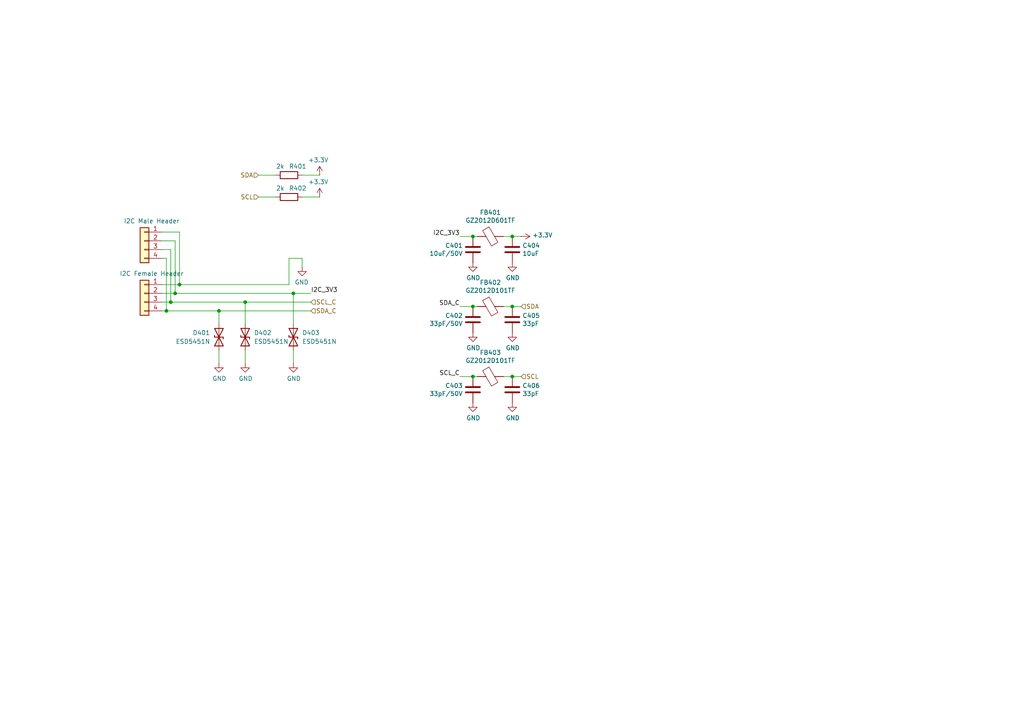
<source format=kicad_sch>
(kicad_sch (version 20231120) (generator "eeschema") (generator_version "8.0")
  (paper "A4")
  (title_block (title "Hat Labs Marine Engine & Tank interface (HALMET)") (date "2024-01-18") (rev "1.0.1") (company "Hat Labs Ltd") (comment 1 "https://creativecommons.org/licenses/by-sa/4.0") (comment 2 "To view a copy of this license, visit ") (comment 3 "HALMET is licensed under CC BY-SA 4.0."))
  (lib_symbols
    (symbol "Connector_Generic:Conn_01x04" (pin_names (offset 1.016) hide)
      (property "Reference" "J" (at 0 5.08 0))
      (property "Value" "Conn_01x04" (at 0 -7.62 0))
      (symbol "Conn_01x04_1_1"
        (rectangle (start -1.27 -4.953) (end 0 -5.207) (stroke (width 0.1524)))
        (rectangle (start -1.27 -2.413) (end 0 -2.667) (stroke (width 0.1524)))
        (rectangle (start -1.27 0.127) (end 0 -0.127) (stroke (width 0.1524)))
        (rectangle (start -1.27 2.667) (end 0 2.413) (stroke (width 0.1524)))
        (rectangle (start -1.27 3.81) (end 1.27 -6.35) (stroke (width 0.254)) (fill (type background)))
        (pin passive line (at -5.08 2.54 0) (length 3.81) (name "Pin_1") (number "1"))
        (pin passive line (at -5.08 0 0) (length 3.81) (name "Pin_2") (number "2"))
        (pin passive line (at -5.08 -2.54 0) (length 3.81) (name "Pin_3") (number "3"))
        (pin passive line (at -5.08 -5.08 0) (length 3.81) (name "Pin_4") (number "4"))
      )
    )
    (symbol "Device:C" (pin_numbers hide) (pin_names (offset 0.254))
      (property "Reference" "C" (at 0.635 2.54 0))
      (property "Value" "C" (at 0.635 -2.54 0))
      (symbol "C_0_1"
        (polyline (pts (xy -2.032 -0.762) (xy 2.032 -0.762)) (stroke (width 0.508)))
        (polyline (pts (xy -2.032 0.762) (xy 2.032 0.762)) (stroke (width 0.508)))
      )
      (symbol "C_1_1"
        (pin passive line (at 0 3.81 270) (length 2.794) (name "~") (number "1"))
        (pin passive line (at 0 -3.81 90) (length 2.794) (name "~") (number "2"))
      )
    )
    (symbol "Device:D_TVS" (pin_numbers hide) (pin_names (offset 1.016) hide)
      (property "Reference" "D" (at 0 2.54 0))
      (property "Value" "D_TVS" (at 0 -2.54 0))
      (symbol "D_TVS_0_1"
        (polyline (pts (xy 1.27 0) (xy -1.27 0)))
        (polyline (pts (xy 0.508 1.27) (xy 0 1.27) (xy 0 -1.27) (xy -0.508 -1.27)) (stroke (width 0.254)))
        (polyline (pts (xy -2.54 1.27) (xy -2.54 -1.27) (xy 2.54 1.27) (xy 2.54 -1.27) (xy -2.54 1.27)) (stroke (width 0.254)))
      )
      (symbol "D_TVS_1_1"
        (pin passive line (at -3.81 0 0) (length 2.54) (name "A1") (number "1"))
        (pin passive line (at 3.81 0 180) (length 2.54) (name "A2") (number "2"))
      )
    )
    (symbol "Device:FerriteBead" (pin_numbers hide) (pin_names (offset 0))
      (property "Reference" "FB" (at -3.81 0.635 90))
      (property "Value" "FerriteBead" (at 3.81 0 90))
      (symbol "FerriteBead_0_1"
        (polyline (pts (xy 0 -1.27) (xy 0 -1.2192)))
        (polyline (pts (xy 0 1.27) (xy 0 1.2954)))
        (polyline (pts (xy -2.7686 0.4064) (xy -1.7018 2.2606) (xy 2.7686 -0.3048) (xy 1.6764 -2.159) (xy -2.7686 0.4064)))
      )
      (symbol "FerriteBead_1_1"
        (pin passive line (at 0 3.81 270) (length 2.54) (name "~") (number "1"))
        (pin passive line (at 0 -3.81 90) (length 2.54) (name "~") (number "2"))
      )
    )
    (symbol "Device:R" (pin_numbers hide) (pin_names (offset 0))
      (property "Reference" "R" (at 2.032 0 90))
      (property "Value" "R" (at 0 0 90))
      (symbol "R_0_1"
        (rectangle (start -1.016 -2.54) (end 1.016 2.54) (stroke (width 0.254)))
      )
      (symbol "R_1_1"
        (pin passive line (at 0 3.81 270) (length 1.27) (name "~") (number "1"))
        (pin passive line (at 0 -3.81 90) (length 1.27) (name "~") (number "2"))
      )
    )
    (symbol "power:+3.3V" (power) (pin_numbers hide) (pin_names (offset 0) hide)
      (property "Value" "+3.3V" (at 0 3.556 0))
      (symbol "+3.3V_0_1"
        (polyline (pts (xy -0.762 1.27) (xy 0 2.54)))
        (polyline (pts (xy 0 0) (xy 0 2.54)))
        (polyline (pts (xy 0 2.54) (xy 0.762 1.27)))
      )
      (symbol "+3.3V_1_1"
        (pin power_in line (at 0 0 90) (length 0) (name "~") (number "1"))
      )
    )
    (symbol "power:GND" (power) (pin_numbers hide) (pin_names (offset 0) hide)
      (property "Value" "GND" (at 0 -3.81 0))
      (symbol "GND_0_1"
        (polyline (pts (xy 0 0) (xy 0 -1.27) (xy 1.27 -1.27) (xy 0 -2.54) (xy -1.27 -1.27) (xy 0 -1.27)))
      )
      (symbol "GND_1_1"
        (pin power_in line (at 0 0 270) (length 0) (name "~") (number "1"))
      )
    )
  )
  (junction (at 50.8 85.09))
  (junction (at 137.16 109.22))
  (junction (at 52.07 82.55))
  (junction (at 49.53 87.63))
  (junction (at 63.5 90.17))
  (junction (at 71.12 87.63))
  (junction (at 148.59 68.58))
  (junction (at 48.26 90.17))
  (junction (at 137.16 68.58))
  (junction (at 137.16 88.9))
  (junction (at 85.09 85.09))
  (junction (at 148.59 109.22))
  (junction (at 148.59 88.9))
  (wire (pts (xy 46.99 72.39) (xy 49.53 72.39)))
  (wire (pts (xy 85.09 85.09) (xy 90.17 85.09)))
  (wire (pts (xy 46.99 82.55) (xy 52.07 82.55)))
  (wire (pts (xy 133.35 68.58) (xy 137.16 68.58)))
  (wire (pts (xy 50.8 69.85) (xy 50.8 85.09)))
  (wire (pts (xy 63.5 101.6) (xy 63.5 105.41)))
  (wire (pts (xy 92.71 50.8) (xy 87.63 50.8)))
  (wire (pts (xy 148.59 68.58) (xy 151.13 68.58)))
  (wire (pts (xy 146.05 109.22) (xy 148.59 109.22)))
  (wire (pts (xy 46.99 69.85) (xy 50.8 69.85)))
  (wire (pts (xy 74.93 57.15) (xy 80.01 57.15)))
  (wire (pts (xy 146.05 68.58) (xy 148.59 68.58)))
  (wire (pts (xy 46.99 87.63) (xy 49.53 87.63)))
  (wire (pts (xy 63.5 90.17) (xy 90.17 90.17)))
  (wire (pts (xy 71.12 105.41) (xy 71.12 101.6)))
  (wire (pts (xy 74.93 50.8) (xy 80.01 50.8)))
  (wire (pts (xy 71.12 87.63) (xy 90.17 87.63)))
  (wire (pts (xy 133.35 109.22) (xy 137.16 109.22)))
  (wire (pts (xy 46.99 74.93) (xy 48.26 74.93)))
  (wire (pts (xy 148.59 109.22) (xy 151.13 109.22)))
  (wire (pts (xy 137.16 109.22) (xy 138.43 109.22)))
  (wire (pts (xy 49.53 72.39) (xy 49.53 87.63)))
  (wire (pts (xy 52.07 67.31) (xy 52.07 82.55)))
  (wire (pts (xy 46.99 67.31) (xy 52.07 67.31)))
  (wire (pts (xy 133.35 88.9) (xy 137.16 88.9)))
  (wire (pts (xy 46.99 85.09) (xy 50.8 85.09)))
  (wire (pts (xy 137.16 88.9) (xy 138.43 88.9)))
  (wire (pts (xy 137.16 68.58) (xy 138.43 68.58)))
  (wire (pts (xy 83.82 74.93) (xy 87.63 74.93)))
  (wire (pts (xy 85.09 85.09) (xy 85.09 93.98)))
  (wire (pts (xy 71.12 93.98) (xy 71.12 87.63)))
  (wire (pts (xy 49.53 87.63) (xy 71.12 87.63)))
  (wire (pts (xy 48.26 74.93) (xy 48.26 90.17)))
  (wire (pts (xy 87.63 74.93) (xy 87.63 77.47)))
  (wire (pts (xy 85.09 105.41) (xy 85.09 101.6)))
  (wire (pts (xy 63.5 90.17) (xy 63.5 93.98)))
  (wire (pts (xy 50.8 85.09) (xy 85.09 85.09)))
  (wire (pts (xy 46.99 90.17) (xy 48.26 90.17)))
  (wire (pts (xy 148.59 88.9) (xy 151.13 88.9)))
  (wire (pts (xy 52.07 82.55) (xy 83.82 82.55)))
  (wire (pts (xy 146.05 88.9) (xy 148.59 88.9)))
  (wire (pts (xy 48.26 90.17) (xy 63.5 90.17)))
  (wire (pts (xy 83.82 82.55) (xy 83.82 74.93)))
  (wire (pts (xy 92.71 57.15) (xy 87.63 57.15)))
  (label "SDA_C" (at 133.35 88.9 180))
  (label "I2C_3V3" (at 90.17 85.09 0))
  (label "I2C_3V3" (at 133.35 68.58 180))
  (label "SCL_C" (at 133.35 109.22 180))
  (hierarchical_label "SCL" (shape input) (at 74.93 57.15 180))
  (hierarchical_label "SDA" (shape input) (at 151.13 88.9 0))
  (hierarchical_label "SDA_C" (shape input) (at 90.17 90.17 0))
  (hierarchical_label "SCL" (shape input) (at 151.13 109.22 0))
  (hierarchical_label "SCL_C" (shape input) (at 90.17 87.63 0))
  (hierarchical_label "SDA" (shape input) (at 74.93 50.8 180))
  (symbol (lib_id "Connector_Generic:Conn_01x04") (at 41.91 85.09 0) (mirror y) (unit 1)
    (property "Reference" "J401" (effects (hide yes)))
    (property "Value" "I2C Female Header" (at 43.9928 79.3496 0))
    (property "Footprint" "Connector_PinSocket_2.54mm:PinSocket_1x04_P2.54mm_Vertical" (effects (hide yes)))
    (property "LCSC" "C2718488" (effects (hide yes)))
    (property "JLCPCB_CORRECTION" "0;3.81;90" (effects (hide yes)))
  )
  (symbol (lib_id "power:+3.3V") (at 151.13 68.58 270) (mirror x) (unit 1)
    (property "Reference" "#PWR0413" (effects (hide yes)))
    (property "Value" "+3.3V" (at 154.3812 68.199 90) (effects (justify left)))
    (property "Description" "Power symbol creates a global label with name \"+3.3V\"" (effects (hide yes)))
  )
  (symbol (lib_id "Device:C") (at 137.16 113.03 0) (mirror y) (unit 1)
    (property "Reference" "C403" (at 134.239 111.8616 0) (effects (justify left)))
    (property "Value" "33pF/50V" (at 134.239 114.173 0) (effects (justify left)))
    (property "Footprint" "PCM_Capacitor_SMD_AKL:C_0603_1608Metric" (effects (hide yes)))
    (property "LCSC" "C1663" (effects (hide yes)))
  )
  (symbol (lib_id "power:GND") (at 137.16 116.84 0) (unit 1)
    (property "Reference" "#PWR0409" (effects (hide yes)))
    (property "Value" "GND" (at 137.287 121.2342 0))
    (property "Description" "Power symbol creates a global label with name \"GND\" , ground" (effects (hide yes)))
  )
  (symbol (lib_id "Device:C") (at 137.16 92.71 0) (mirror y) (unit 1)
    (property "Reference" "C402" (at 134.239 91.5416 0) (effects (justify left)))
    (property "Value" "33pF/50V" (at 134.239 93.853 0) (effects (justify left)))
    (property "Footprint" "PCM_Capacitor_SMD_AKL:C_0603_1608Metric" (effects (hide yes)))
    (property "LCSC" "C1663" (effects (hide yes)))
  )
  (symbol (lib_id "power:GND") (at 137.16 96.52 0) (unit 1)
    (property "Reference" "#PWR0408" (effects (hide yes)))
    (property "Value" "GND" (at 137.287 100.9142 0))
    (property "Description" "Power symbol creates a global label with name \"GND\" , ground" (effects (hide yes)))
  )
  (symbol (lib_id "Device:C") (at 148.59 92.71 0) (unit 1)
    (property "Reference" "C405" (at 151.511 91.5416 0) (effects (justify left)))
    (property "Value" "33pF" (at 151.511 93.853 0) (effects (justify left)))
    (property "Footprint" "PCM_Capacitor_SMD_AKL:C_0402_1005Metric" (effects (hide yes)))
    (property "LCSC" "C1562" (effects (hide yes)))
  )
  (symbol (lib_id "Device:C") (at 148.59 113.03 0) (unit 1)
    (property "Reference" "C406" (at 151.511 111.8616 0) (effects (justify left)))
    (property "Value" "33pF" (at 151.511 114.173 0) (effects (justify left)))
    (property "Footprint" "PCM_Capacitor_SMD_AKL:C_0402_1005Metric" (effects (hide yes)))
    (property "LCSC" "C1562" (effects (hide yes)))
  )
  (symbol (lib_id "Device:C") (at 137.16 72.39 0) (mirror y) (unit 1)
    (property "Reference" "C401" (at 134.239 71.2216 0) (effects (justify left)))
    (property "Value" "10uF/50V" (at 134.239 73.533 0) (effects (justify left)))
    (property "Footprint" "PCM_Capacitor_SMD_AKL:C_1206_3216Metric" (effects (hide yes)))
    (property "LCSC" "C13585" (effects (hide yes)))
  )
  (symbol (lib_id "power:GND") (at 137.16 76.2 0) (unit 1)
    (property "Reference" "#PWR0407" (effects (hide yes)))
    (property "Value" "GND" (at 137.287 80.5942 0))
    (property "Description" "Power symbol creates a global label with name \"GND\" , ground" (effects (hide yes)))
  )
  (symbol (lib_id "Device:C") (at 148.59 72.39 0) (unit 1)
    (property "Reference" "C404" (at 151.511 71.2216 0) (effects (justify left)))
    (property "Value" "10uF" (at 151.511 73.533 0) (effects (justify left)))
    (property "Footprint" "PCM_Capacitor_SMD_AKL:C_0603_1608Metric" (effects (hide yes)))
    (property "LCSC" "C19702" (effects (hide yes)))
  )
  (symbol (lib_id "Device:R") (at 83.82 50.8 90) (mirror x) (unit 1)
    (property "Reference" "R401" (at 86.36 48.26 90))
    (property "Value" "2k" (at 81.28 48.26 90))
    (property "Footprint" "PCM_Resistor_SMD_AKL:R_0402_1005Metric" (effects (hide yes)))
    (property "LCSC" "C4109" (effects (hide yes)))
  )
  (symbol (lib_id "power:+3.3V") (at 92.71 50.8 0) (mirror y) (unit 1)
    (property "Reference" "#PWR0405" (effects (hide yes)))
    (property "Value" "+3.3V" (at 92.329 46.4058 0))
    (property "Description" "Power symbol creates a global label with name \"+3.3V\"" (effects (hide yes)))
  )
  (symbol (lib_id "Device:R") (at 83.82 57.15 90) (mirror x) (unit 1)
    (property "Reference" "R402" (at 86.36 54.61 90))
    (property "Value" "2k" (at 81.28 54.61 90))
    (property "Footprint" "PCM_Resistor_SMD_AKL:R_0402_1005Metric" (effects (hide yes)))
    (property "LCSC" "C4109" (effects (hide yes)))
  )
  (symbol (lib_id "power:+3.3V") (at 92.71 57.15 0) (mirror y) (unit 1)
    (property "Reference" "#PWR0406" (effects (hide yes)))
    (property "Value" "+3.3V" (at 92.329 52.7558 0))
    (property "Description" "Power symbol creates a global label with name \"+3.3V\"" (effects (hide yes)))
  )
  (symbol (lib_id "Device:FerriteBead") (at 142.24 68.58 90) (mirror x) (unit 1)
    (property "Reference" "FB401" (at 142.24 61.6204 90))
    (property "Value" "GZ2012D601TF" (at 142.24 63.9318 90))
    (property "Footprint" "PCM_Ferrite_SMD_AKL:Ferrite_0805_2012Metric" (effects (hide yes)))
    (property "LCSC" "C1017" (effects (hide yes)))
  )
  (symbol (lib_id "Device:FerriteBead") (at 142.24 109.22 90) (mirror x) (unit 1)
    (property "Reference" "FB403" (at 142.24 102.2604 90))
    (property "Value" "GZ2012D101TF" (at 142.24 104.5718 90))
    (property "Footprint" "PCM_Ferrite_SMD_AKL:Ferrite_0805_2012Metric" (effects (hide yes)))
    (property "LCSC" "C1015" (effects (hide yes)))
  )
  (symbol (lib_id "Device:FerriteBead") (at 142.24 88.9 90) (mirror x) (unit 1)
    (property "Reference" "FB402" (at 142.24 81.9404 90))
    (property "Value" "GZ2012D101TF" (at 142.24 84.2518 90))
    (property "Footprint" "PCM_Ferrite_SMD_AKL:Ferrite_0805_2012Metric" (effects (hide yes)))
    (property "LCSC" "C1015" (effects (hide yes)))
  )
  (symbol (lib_id "power:GND") (at 148.59 116.84 0) (unit 1)
    (property "Reference" "#PWR0412" (effects (hide yes)))
    (property "Value" "GND" (at 148.717 121.2342 0))
    (property "Description" "Power symbol creates a global label with name \"GND\" , ground" (effects (hide yes)))
  )
  (symbol (lib_id "power:GND") (at 148.59 96.52 0) (unit 1)
    (property "Reference" "#PWR0411" (effects (hide yes)))
    (property "Value" "GND" (at 148.717 100.9142 0))
    (property "Description" "Power symbol creates a global label with name \"GND\" , ground" (effects (hide yes)))
  )
  (symbol (lib_id "power:GND") (at 148.59 76.2 0) (unit 1)
    (property "Reference" "#PWR0410" (effects (hide yes)))
    (property "Value" "GND" (at 148.717 80.5942 0))
    (property "Description" "Power symbol creates a global label with name \"GND\" , ground" (effects (hide yes)))
  )
  (symbol (lib_id "power:GND") (at 87.63 77.47 0) (mirror y) (unit 1)
    (property "Reference" "#PWR0404" (effects (hide yes)))
    (property "Value" "GND" (at 87.503 81.8642 0))
    (property "Description" "Power symbol creates a global label with name \"GND\" , ground" (effects (hide yes)))
  )
  (symbol (lib_id "power:GND") (at 85.09 105.41 0) (unit 1)
    (property "Reference" "#PWR0403" (effects (hide yes)))
    (property "Value" "GND" (at 85.217 109.8042 0))
    (property "Description" "Power symbol creates a global label with name \"GND\" , ground" (effects (hide yes)))
  )
  (symbol (lib_id "Device:D_TVS") (at 85.09 97.79 90) (unit 1)
    (property "Reference" "D403" (at 87.63 96.5199 90) (effects (justify right)))
    (property "Value" "ESD5451N" (at 87.63 99.0599 90) (effects (justify right)))
    (property "Footprint" "PCM_Diode_SMD_AKL:D_0402_1005Metric" (effects (hide yes)))
    (property "LCSC" "C2936977" (effects (hide yes)))
  )
  (symbol (lib_id "power:GND") (at 71.12 105.41 0) (unit 1)
    (property "Reference" "#PWR0402" (effects (hide yes)))
    (property "Value" "GND" (at 71.247 109.8042 0))
    (property "Description" "Power symbol creates a global label with name \"GND\" , ground" (effects (hide yes)))
  )
  (symbol (lib_id "Connector_Generic:Conn_01x04") (at 41.91 69.85 0) (mirror y) (unit 1) (in_bom no)
    (property "Reference" "J402" (effects (hide yes)))
    (property "Value" "I2C Male Header" (at 43.9928 64.1096 0))
    (property "Footprint" "Connector_PinHeader_2.54mm:PinHeader_1x04_P2.54mm_Vertical" (effects (hide yes)))
    (property "LCSC" "C6332197" (effects (hide yes)))
    (property "JLCPCB_CORRECTION" "0;3.81;90" (effects (hide yes)))
  )
  (symbol (lib_id "Device:D_TVS") (at 63.5 97.79 90) (unit 1)
    (property "Reference" "D401" (at 60.96 96.52 90) (effects (justify left)))
    (property "Value" "ESD5451N" (at 60.96 99.06 90) (effects (justify left)))
    (property "Footprint" "PCM_Diode_SMD_AKL:D_0402_1005Metric" (effects (hide yes)))
    (property "LCSC" "C2936977" (effects (hide yes)))
  )
  (symbol (lib_id "power:GND") (at 63.5 105.41 0) (unit 1)
    (property "Reference" "#PWR0401" (effects (hide yes)))
    (property "Value" "GND" (at 63.627 109.8042 0))
    (property "Description" "Power symbol creates a global label with name \"GND\" , ground" (effects (hide yes)))
  )
  (symbol (lib_id "Device:D_TVS") (at 71.12 97.79 90) (unit 1)
    (property "Reference" "D402" (at 73.66 96.5199 90) (effects (justify right)))
    (property "Value" "ESD5451N" (at 73.66 99.0599 90) (effects (justify right)))
    (property "Footprint" "PCM_Diode_SMD_AKL:D_0402_1005Metric" (effects (hide yes)))
    (property "LCSC" "C2936977" (effects (hide yes)))
  )
)
</source>
